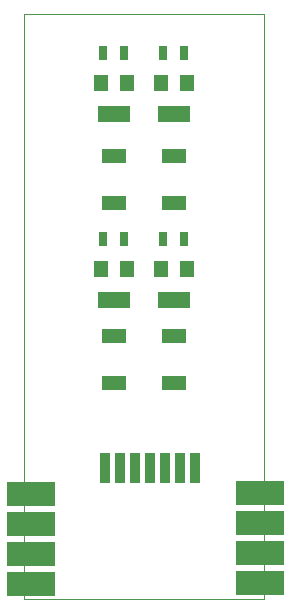
<source format=gtp>
G75*
%MOIN*%
%OFA0B0*%
%FSLAX24Y24*%
%IPPOS*%
%LPD*%
%AMOC8*
5,1,8,0,0,1.08239X$1,22.5*
%
%ADD10C,0.0000*%
%ADD11R,0.0827X0.0500*%
%ADD12R,0.1102X0.0551*%
%ADD13R,0.0472X0.0551*%
%ADD14R,0.0315X0.0472*%
%ADD15R,0.1600X0.0800*%
%ADD16R,0.0354X0.0984*%
D10*
X000680Y002797D02*
X000680Y022297D01*
X008680Y022297D01*
X008680Y002797D01*
X000680Y002797D01*
D11*
X003680Y010018D03*
X003680Y011577D03*
X003680Y016018D03*
X003680Y017577D03*
X005680Y017577D03*
X005680Y016018D03*
X005680Y011577D03*
X005680Y010018D03*
D12*
X005680Y012785D03*
X003680Y012785D03*
X003680Y018985D03*
X005680Y018985D03*
D13*
X005247Y020009D03*
X006113Y020009D03*
X004113Y020009D03*
X003247Y020009D03*
X003247Y013809D03*
X004113Y013809D03*
X005247Y013809D03*
X006113Y013809D03*
D14*
X006034Y014797D03*
X005326Y014797D03*
X004034Y014797D03*
X003326Y014797D03*
X003326Y020997D03*
X004034Y020997D03*
X005326Y020997D03*
X006034Y020997D03*
D15*
X008560Y006337D03*
X008560Y005337D03*
X008560Y004337D03*
X008560Y003337D03*
X000920Y003297D03*
X000920Y004297D03*
X000920Y005297D03*
X000920Y006297D03*
D16*
X003390Y007172D03*
X003890Y007172D03*
X004390Y007172D03*
X004890Y007172D03*
X005390Y007172D03*
X005890Y007172D03*
X006390Y007172D03*
M02*

</source>
